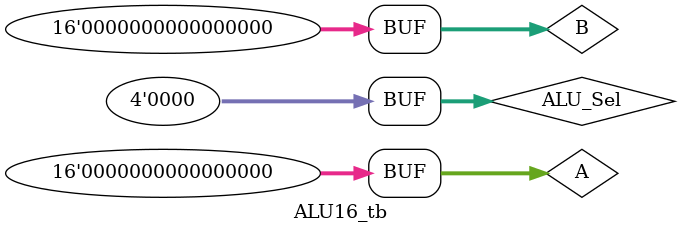
<source format=v>
module ALU16 (A,B,ALU_Sel,ALU_Out,Zero);
input  [15:0] A, B;
input  [3:0]  ALU_Sel;
output reg [15:0] ALU_Out;
output Zero;
assign Zero = (ALU_Out == 16'd0);
always @(*) begin
case (ALU_Sel)
4'b0000: ALU_Out = A + B;            
4'b0001: ALU_Out = A - B;           
4'b0010: ALU_Out = A & B;           
4'b0011: ALU_Out = A | B;     
4'b0100: ALU_Out = A ^ B;         
4'b0101: ALU_Out = ~A;             
4'b0110: ALU_Out = (A < B) ? 16'd1 : 16'd0; 
4'b0111: ALU_Out = A << 1;             
4'b1000: ALU_Out = A >> 1;      
default: ALU_Out = 16'd0;
endcase
end
endmodule
/////test bench////
module ALU16_tb();
reg [15:0] A, B;
reg [3:0] ALU_Sel;
wire [15:0] ALU_Out;
wire Zero;
ALU16 a1 (A,B,ALU_Sel,ALU_Out,Zero);
initial begin
A = 16'h000F; B = 16'h0001;
ALU_Sel = 4'b0000; #10; 
ALU_Sel = 4'b0001; #10; 
ALU_Sel = 4'b0010; #10;
ALU_Sel = 4'b0011; #10;
ALU_Sel = 4'b0100; #10; 
ALU_Sel = 4'b0101; #10; 
ALU_Sel = 4'b0110; #10; 
ALU_Sel = 4'b0111; #10;
ALU_Sel = 4'b1000; #10; 
A = 16'h0000; B = 16'h0000;
ALU_Sel = 4'b0000;
end
endmodule

</source>
